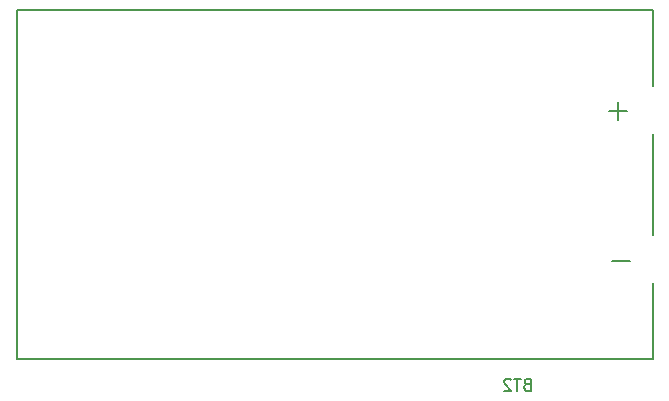
<source format=gbo>
%TF.GenerationSoftware,KiCad,Pcbnew,9.0.6*%
%TF.CreationDate,2025-11-25T23:04:22-05:00*%
%TF.ProjectId,jli2555-tin-can,6a6c6932-3535-4352-9d74-696e2d63616e,1.0*%
%TF.SameCoordinates,Original*%
%TF.FileFunction,Legend,Bot*%
%TF.FilePolarity,Positive*%
%FSLAX46Y46*%
G04 Gerber Fmt 4.6, Leading zero omitted, Abs format (unit mm)*
G04 Created by KiCad (PCBNEW 9.0.6) date 2025-11-25 23:04:22*
%MOMM*%
%LPD*%
G01*
G04 APERTURE LIST*
%ADD10C,0.150000*%
%ADD11C,0.127000*%
G04 APERTURE END LIST*
D10*
X85875714Y-48191009D02*
X85732857Y-48238628D01*
X85732857Y-48238628D02*
X85685238Y-48286247D01*
X85685238Y-48286247D02*
X85637619Y-48381485D01*
X85637619Y-48381485D02*
X85637619Y-48524342D01*
X85637619Y-48524342D02*
X85685238Y-48619580D01*
X85685238Y-48619580D02*
X85732857Y-48667200D01*
X85732857Y-48667200D02*
X85828095Y-48714819D01*
X85828095Y-48714819D02*
X86209047Y-48714819D01*
X86209047Y-48714819D02*
X86209047Y-47714819D01*
X86209047Y-47714819D02*
X85875714Y-47714819D01*
X85875714Y-47714819D02*
X85780476Y-47762438D01*
X85780476Y-47762438D02*
X85732857Y-47810057D01*
X85732857Y-47810057D02*
X85685238Y-47905295D01*
X85685238Y-47905295D02*
X85685238Y-48000533D01*
X85685238Y-48000533D02*
X85732857Y-48095771D01*
X85732857Y-48095771D02*
X85780476Y-48143390D01*
X85780476Y-48143390D02*
X85875714Y-48191009D01*
X85875714Y-48191009D02*
X86209047Y-48191009D01*
X85351904Y-47714819D02*
X84780476Y-47714819D01*
X85066190Y-48714819D02*
X85066190Y-47714819D01*
X84494761Y-47810057D02*
X84447142Y-47762438D01*
X84447142Y-47762438D02*
X84351904Y-47714819D01*
X84351904Y-47714819D02*
X84113809Y-47714819D01*
X84113809Y-47714819D02*
X84018571Y-47762438D01*
X84018571Y-47762438D02*
X83970952Y-47810057D01*
X83970952Y-47810057D02*
X83923333Y-47905295D01*
X83923333Y-47905295D02*
X83923333Y-48000533D01*
X83923333Y-48000533D02*
X83970952Y-48143390D01*
X83970952Y-48143390D02*
X84542380Y-48714819D01*
X84542380Y-48714819D02*
X83923333Y-48714819D01*
D11*
%TO.C,BT2*%
X42670000Y-16480000D02*
X42670000Y-46050000D01*
X42670000Y-46050000D02*
X96520000Y-46050000D01*
X93595000Y-25785000D02*
X93595000Y-24285000D01*
X94345000Y-25035000D02*
X92845000Y-25035000D01*
X94595000Y-37765000D02*
X93095000Y-37765000D01*
X96520000Y-16480000D02*
X42670000Y-16480000D01*
X96520000Y-22915000D02*
X96520000Y-16480000D01*
X96520000Y-26965000D02*
X96520000Y-35565000D01*
X96520000Y-46050000D02*
X96520000Y-39615000D01*
%TD*%
M02*

</source>
